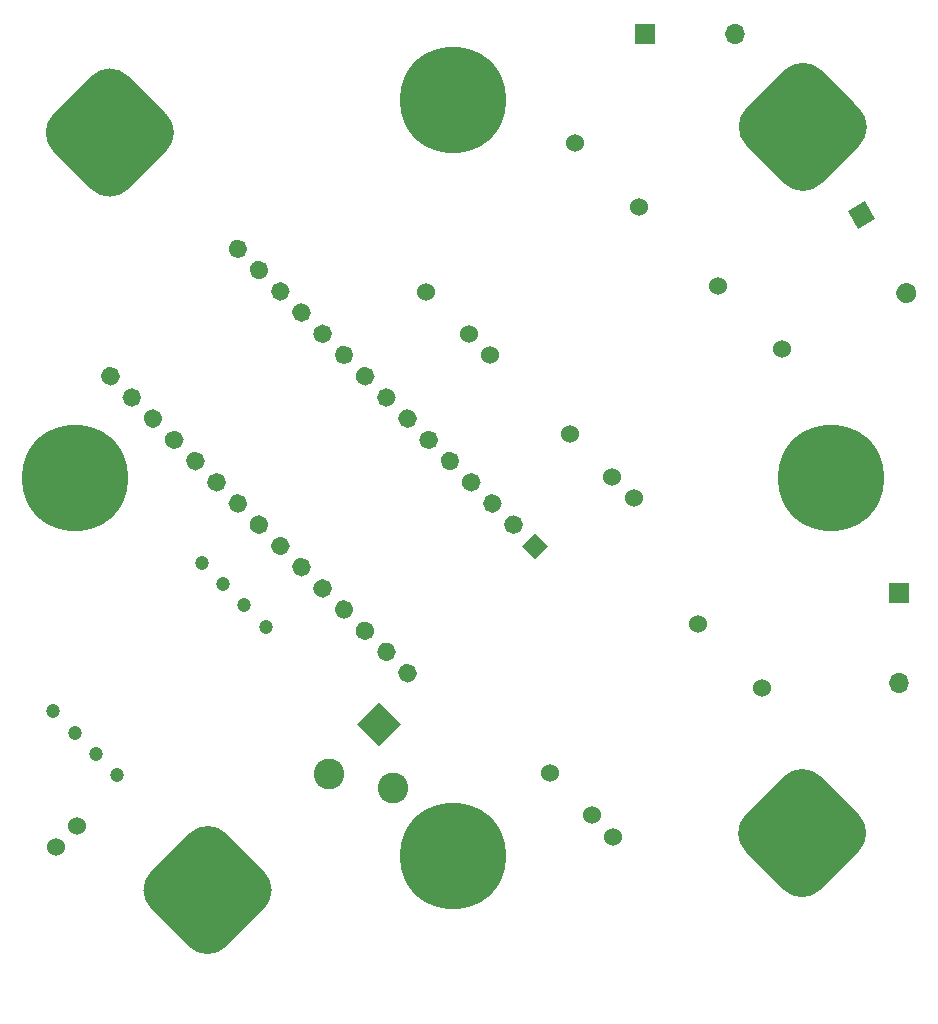
<source format=gbr>
%TF.GenerationSoftware,KiCad,Pcbnew,(5.1.8)-1*%
%TF.CreationDate,2021-02-04T12:25:32-06:00*%
%TF.ProjectId,Project - LED Dimmer Board,50726f6a-6563-4742-902d-204c45442044,rev?*%
%TF.SameCoordinates,Original*%
%TF.FileFunction,Soldermask,Top*%
%TF.FilePolarity,Negative*%
%FSLAX46Y46*%
G04 Gerber Fmt 4.6, Leading zero omitted, Abs format (unit mm)*
G04 Created by KiCad (PCBNEW (5.1.8)-1) date 2021-02-04 12:25:32*
%MOMM*%
%LPD*%
G01*
G04 APERTURE LIST*
%ADD10C,9.000000*%
%ADD11C,1.524000*%
%ADD12C,0.100000*%
%ADD13R,1.700000X1.700000*%
%ADD14O,1.700000X1.700000*%
%ADD15C,1.200000*%
%ADD16C,2.600000*%
G04 APERTURE END LIST*
D10*
%TO.C,REF\u002A\u002A*%
X112459979Y-75713118D03*
X80459979Y-43713118D03*
X48459979Y-75713118D03*
X80459979Y-107713118D03*
%TD*%
%TO.C,*%
G36*
G01*
X58052010Y-115342971D02*
X54870029Y-112160990D01*
G75*
G02*
X54870029Y-108979010I1590990J1590990D01*
G01*
X58052010Y-105797029D01*
G75*
G02*
X61233990Y-105797029I1590990J-1590990D01*
G01*
X64415971Y-108979010D01*
G75*
G02*
X64415971Y-112160990I-1590990J-1590990D01*
G01*
X61233990Y-115342971D01*
G75*
G02*
X58052010Y-115342971I-1590990J1590990D01*
G01*
G37*
%TD*%
D11*
%TO.C,J5*%
X48580070Y-105144765D03*
X46784019Y-106940816D03*
%TD*%
D12*
%TO.C,J2*%
G36*
X114678478Y-54581122D02*
G01*
X113828478Y-53108878D01*
X115300722Y-52258878D01*
X116150722Y-53731122D01*
X114678478Y-54581122D01*
G37*
G36*
G01*
X118063478Y-60444114D02*
X118063478Y-60444114D01*
G75*
G02*
X118374600Y-59282992I736122J425000D01*
G01*
X118374600Y-59282992D01*
G75*
G02*
X119535722Y-59594114I425000J-736122D01*
G01*
X119535722Y-59594114D01*
G75*
G02*
X119224600Y-60755236I-736122J-425000D01*
G01*
X119224600Y-60755236D01*
G75*
G02*
X118063478Y-60444114I-425000J736122D01*
G01*
G37*
%TD*%
D13*
%TO.C,J1*%
X96650800Y-38078400D03*
D14*
X104270800Y-38078400D03*
%TD*%
D13*
%TO.C,J3*%
X118164600Y-85449400D03*
D14*
X118164600Y-93069400D03*
%TD*%
D11*
%TO.C,U2*%
X90319493Y-71972702D03*
X95707646Y-77360856D03*
X102891851Y-59400344D03*
X108280005Y-64788498D03*
X93911595Y-75564805D03*
%TD*%
D12*
%TO.C,A1*%
G36*
X87354400Y-80304829D02*
G01*
X88485771Y-81436200D01*
X87354400Y-82567571D01*
X86223029Y-81436200D01*
X87354400Y-80304829D01*
G37*
G36*
G01*
X53795112Y-68298156D02*
X53795112Y-68298156D01*
G75*
G02*
X53795112Y-69429526I-565685J-565685D01*
G01*
X53795112Y-69429526D01*
G75*
G02*
X52663742Y-69429526I-565685J565685D01*
G01*
X52663742Y-69429526D01*
G75*
G02*
X52663742Y-68298156I565685J565685D01*
G01*
X52663742Y-68298156D01*
G75*
G02*
X53795112Y-68298156I565685J-565685D01*
G01*
G37*
G36*
G01*
X86124034Y-79074464D02*
X86124034Y-79074464D01*
G75*
G02*
X86124034Y-80205834I-565685J-565685D01*
G01*
X86124034Y-80205834D01*
G75*
G02*
X84992664Y-80205834I-565685J565685D01*
G01*
X84992664Y-80205834D01*
G75*
G02*
X84992664Y-79074464I565685J565685D01*
G01*
X84992664Y-79074464D01*
G75*
G02*
X86124034Y-79074464I565685J-565685D01*
G01*
G37*
G36*
G01*
X55591163Y-70094208D02*
X55591163Y-70094208D01*
G75*
G02*
X55591163Y-71225578I-565685J-565685D01*
G01*
X55591163Y-71225578D01*
G75*
G02*
X54459793Y-71225578I-565685J565685D01*
G01*
X54459793Y-71225578D01*
G75*
G02*
X54459793Y-70094208I565685J565685D01*
G01*
X54459793Y-70094208D01*
G75*
G02*
X55591163Y-70094208I565685J-565685D01*
G01*
G37*
G36*
G01*
X84327983Y-77278413D02*
X84327983Y-77278413D01*
G75*
G02*
X84327983Y-78409783I-565685J-565685D01*
G01*
X84327983Y-78409783D01*
G75*
G02*
X83196613Y-78409783I-565685J565685D01*
G01*
X83196613Y-78409783D01*
G75*
G02*
X83196613Y-77278413I565685J565685D01*
G01*
X83196613Y-77278413D01*
G75*
G02*
X84327983Y-77278413I565685J-565685D01*
G01*
G37*
G36*
G01*
X57387214Y-71890259D02*
X57387214Y-71890259D01*
G75*
G02*
X57387214Y-73021629I-565685J-565685D01*
G01*
X57387214Y-73021629D01*
G75*
G02*
X56255844Y-73021629I-565685J565685D01*
G01*
X56255844Y-73021629D01*
G75*
G02*
X56255844Y-71890259I565685J565685D01*
G01*
X56255844Y-71890259D01*
G75*
G02*
X57387214Y-71890259I565685J-565685D01*
G01*
G37*
G36*
G01*
X82531931Y-75482361D02*
X82531931Y-75482361D01*
G75*
G02*
X82531931Y-76613731I-565685J-565685D01*
G01*
X82531931Y-76613731D01*
G75*
G02*
X81400561Y-76613731I-565685J565685D01*
G01*
X81400561Y-76613731D01*
G75*
G02*
X81400561Y-75482361I565685J565685D01*
G01*
X81400561Y-75482361D01*
G75*
G02*
X82531931Y-75482361I565685J-565685D01*
G01*
G37*
G36*
G01*
X59183265Y-73686310D02*
X59183265Y-73686310D01*
G75*
G02*
X59183265Y-74817680I-565685J-565685D01*
G01*
X59183265Y-74817680D01*
G75*
G02*
X58051895Y-74817680I-565685J565685D01*
G01*
X58051895Y-74817680D01*
G75*
G02*
X58051895Y-73686310I565685J565685D01*
G01*
X58051895Y-73686310D01*
G75*
G02*
X59183265Y-73686310I565685J-565685D01*
G01*
G37*
G36*
G01*
X80735880Y-73686310D02*
X80735880Y-73686310D01*
G75*
G02*
X80735880Y-74817680I-565685J-565685D01*
G01*
X80735880Y-74817680D01*
G75*
G02*
X79604510Y-74817680I-565685J565685D01*
G01*
X79604510Y-74817680D01*
G75*
G02*
X79604510Y-73686310I565685J565685D01*
G01*
X79604510Y-73686310D01*
G75*
G02*
X80735880Y-73686310I565685J-565685D01*
G01*
G37*
G36*
G01*
X60979317Y-75482361D02*
X60979317Y-75482361D01*
G75*
G02*
X60979317Y-76613731I-565685J-565685D01*
G01*
X60979317Y-76613731D01*
G75*
G02*
X59847947Y-76613731I-565685J565685D01*
G01*
X59847947Y-76613731D01*
G75*
G02*
X59847947Y-75482361I565685J565685D01*
G01*
X59847947Y-75482361D01*
G75*
G02*
X60979317Y-75482361I565685J-565685D01*
G01*
G37*
G36*
G01*
X78939829Y-71890259D02*
X78939829Y-71890259D01*
G75*
G02*
X78939829Y-73021629I-565685J-565685D01*
G01*
X78939829Y-73021629D01*
G75*
G02*
X77808459Y-73021629I-565685J565685D01*
G01*
X77808459Y-73021629D01*
G75*
G02*
X77808459Y-71890259I565685J565685D01*
G01*
X77808459Y-71890259D01*
G75*
G02*
X78939829Y-71890259I565685J-565685D01*
G01*
G37*
G36*
G01*
X62775368Y-77278413D02*
X62775368Y-77278413D01*
G75*
G02*
X62775368Y-78409783I-565685J-565685D01*
G01*
X62775368Y-78409783D01*
G75*
G02*
X61643998Y-78409783I-565685J565685D01*
G01*
X61643998Y-78409783D01*
G75*
G02*
X61643998Y-77278413I565685J565685D01*
G01*
X61643998Y-77278413D01*
G75*
G02*
X62775368Y-77278413I565685J-565685D01*
G01*
G37*
G36*
G01*
X77143778Y-70094208D02*
X77143778Y-70094208D01*
G75*
G02*
X77143778Y-71225578I-565685J-565685D01*
G01*
X77143778Y-71225578D01*
G75*
G02*
X76012408Y-71225578I-565685J565685D01*
G01*
X76012408Y-71225578D01*
G75*
G02*
X76012408Y-70094208I565685J565685D01*
G01*
X76012408Y-70094208D01*
G75*
G02*
X77143778Y-70094208I565685J-565685D01*
G01*
G37*
G36*
G01*
X64571419Y-79074464D02*
X64571419Y-79074464D01*
G75*
G02*
X64571419Y-80205834I-565685J-565685D01*
G01*
X64571419Y-80205834D01*
G75*
G02*
X63440049Y-80205834I-565685J565685D01*
G01*
X63440049Y-80205834D01*
G75*
G02*
X63440049Y-79074464I565685J565685D01*
G01*
X63440049Y-79074464D01*
G75*
G02*
X64571419Y-79074464I565685J-565685D01*
G01*
G37*
G36*
G01*
X75347726Y-68298156D02*
X75347726Y-68298156D01*
G75*
G02*
X75347726Y-69429526I-565685J-565685D01*
G01*
X75347726Y-69429526D01*
G75*
G02*
X74216356Y-69429526I-565685J565685D01*
G01*
X74216356Y-69429526D01*
G75*
G02*
X74216356Y-68298156I565685J565685D01*
G01*
X74216356Y-68298156D01*
G75*
G02*
X75347726Y-68298156I565685J-565685D01*
G01*
G37*
G36*
G01*
X66367470Y-80870515D02*
X66367470Y-80870515D01*
G75*
G02*
X66367470Y-82001885I-565685J-565685D01*
G01*
X66367470Y-82001885D01*
G75*
G02*
X65236100Y-82001885I-565685J565685D01*
G01*
X65236100Y-82001885D01*
G75*
G02*
X65236100Y-80870515I565685J565685D01*
G01*
X65236100Y-80870515D01*
G75*
G02*
X66367470Y-80870515I565685J-565685D01*
G01*
G37*
G36*
G01*
X73551675Y-66502105D02*
X73551675Y-66502105D01*
G75*
G02*
X73551675Y-67633475I-565685J-565685D01*
G01*
X73551675Y-67633475D01*
G75*
G02*
X72420305Y-67633475I-565685J565685D01*
G01*
X72420305Y-67633475D01*
G75*
G02*
X72420305Y-66502105I565685J565685D01*
G01*
X72420305Y-66502105D01*
G75*
G02*
X73551675Y-66502105I565685J-565685D01*
G01*
G37*
G36*
G01*
X68163522Y-82666566D02*
X68163522Y-82666566D01*
G75*
G02*
X68163522Y-83797936I-565685J-565685D01*
G01*
X68163522Y-83797936D01*
G75*
G02*
X67032152Y-83797936I-565685J565685D01*
G01*
X67032152Y-83797936D01*
G75*
G02*
X67032152Y-82666566I565685J565685D01*
G01*
X67032152Y-82666566D01*
G75*
G02*
X68163522Y-82666566I565685J-565685D01*
G01*
G37*
G36*
G01*
X71755624Y-64706054D02*
X71755624Y-64706054D01*
G75*
G02*
X71755624Y-65837424I-565685J-565685D01*
G01*
X71755624Y-65837424D01*
G75*
G02*
X70624254Y-65837424I-565685J565685D01*
G01*
X70624254Y-65837424D01*
G75*
G02*
X70624254Y-64706054I565685J565685D01*
G01*
X70624254Y-64706054D01*
G75*
G02*
X71755624Y-64706054I565685J-565685D01*
G01*
G37*
G36*
G01*
X69959573Y-84462617D02*
X69959573Y-84462617D01*
G75*
G02*
X69959573Y-85593987I-565685J-565685D01*
G01*
X69959573Y-85593987D01*
G75*
G02*
X68828203Y-85593987I-565685J565685D01*
G01*
X68828203Y-85593987D01*
G75*
G02*
X68828203Y-84462617I565685J565685D01*
G01*
X68828203Y-84462617D01*
G75*
G02*
X69959573Y-84462617I565685J-565685D01*
G01*
G37*
G36*
G01*
X69959573Y-62910003D02*
X69959573Y-62910003D01*
G75*
G02*
X69959573Y-64041373I-565685J-565685D01*
G01*
X69959573Y-64041373D01*
G75*
G02*
X68828203Y-64041373I-565685J565685D01*
G01*
X68828203Y-64041373D01*
G75*
G02*
X68828203Y-62910003I565685J565685D01*
G01*
X68828203Y-62910003D01*
G75*
G02*
X69959573Y-62910003I565685J-565685D01*
G01*
G37*
G36*
G01*
X71755624Y-86258669D02*
X71755624Y-86258669D01*
G75*
G02*
X71755624Y-87390039I-565685J-565685D01*
G01*
X71755624Y-87390039D01*
G75*
G02*
X70624254Y-87390039I-565685J565685D01*
G01*
X70624254Y-87390039D01*
G75*
G02*
X70624254Y-86258669I565685J565685D01*
G01*
X70624254Y-86258669D01*
G75*
G02*
X71755624Y-86258669I565685J-565685D01*
G01*
G37*
G36*
G01*
X68163522Y-61113952D02*
X68163522Y-61113952D01*
G75*
G02*
X68163522Y-62245322I-565685J-565685D01*
G01*
X68163522Y-62245322D01*
G75*
G02*
X67032152Y-62245322I-565685J565685D01*
G01*
X67032152Y-62245322D01*
G75*
G02*
X67032152Y-61113952I565685J565685D01*
G01*
X67032152Y-61113952D01*
G75*
G02*
X68163522Y-61113952I565685J-565685D01*
G01*
G37*
G36*
G01*
X73551675Y-88054720D02*
X73551675Y-88054720D01*
G75*
G02*
X73551675Y-89186090I-565685J-565685D01*
G01*
X73551675Y-89186090D01*
G75*
G02*
X72420305Y-89186090I-565685J565685D01*
G01*
X72420305Y-89186090D01*
G75*
G02*
X72420305Y-88054720I565685J565685D01*
G01*
X72420305Y-88054720D01*
G75*
G02*
X73551675Y-88054720I565685J-565685D01*
G01*
G37*
G36*
G01*
X66367470Y-59317900D02*
X66367470Y-59317900D01*
G75*
G02*
X66367470Y-60449270I-565685J-565685D01*
G01*
X66367470Y-60449270D01*
G75*
G02*
X65236100Y-60449270I-565685J565685D01*
G01*
X65236100Y-60449270D01*
G75*
G02*
X65236100Y-59317900I565685J565685D01*
G01*
X65236100Y-59317900D01*
G75*
G02*
X66367470Y-59317900I565685J-565685D01*
G01*
G37*
G36*
G01*
X75347726Y-89850771D02*
X75347726Y-89850771D01*
G75*
G02*
X75347726Y-90982141I-565685J-565685D01*
G01*
X75347726Y-90982141D01*
G75*
G02*
X74216356Y-90982141I-565685J565685D01*
G01*
X74216356Y-90982141D01*
G75*
G02*
X74216356Y-89850771I565685J565685D01*
G01*
X74216356Y-89850771D01*
G75*
G02*
X75347726Y-89850771I565685J-565685D01*
G01*
G37*
G36*
G01*
X64571419Y-57521849D02*
X64571419Y-57521849D01*
G75*
G02*
X64571419Y-58653219I-565685J-565685D01*
G01*
X64571419Y-58653219D01*
G75*
G02*
X63440049Y-58653219I-565685J565685D01*
G01*
X63440049Y-58653219D01*
G75*
G02*
X63440049Y-57521849I565685J565685D01*
G01*
X63440049Y-57521849D01*
G75*
G02*
X64571419Y-57521849I565685J-565685D01*
G01*
G37*
G36*
G01*
X77143778Y-91646822D02*
X77143778Y-91646822D01*
G75*
G02*
X77143778Y-92778192I-565685J-565685D01*
G01*
X77143778Y-92778192D01*
G75*
G02*
X76012408Y-92778192I-565685J565685D01*
G01*
X76012408Y-92778192D01*
G75*
G02*
X76012408Y-91646822I565685J565685D01*
G01*
X76012408Y-91646822D01*
G75*
G02*
X77143778Y-91646822I565685J-565685D01*
G01*
G37*
G36*
G01*
X62775368Y-55725798D02*
X62775368Y-55725798D01*
G75*
G02*
X62775368Y-56857168I-565685J-565685D01*
G01*
X62775368Y-56857168D01*
G75*
G02*
X61643998Y-56857168I-565685J565685D01*
G01*
X61643998Y-56857168D01*
G75*
G02*
X61643998Y-55725798I565685J565685D01*
G01*
X61643998Y-55725798D01*
G75*
G02*
X62775368Y-55725798I565685J-565685D01*
G01*
G37*
G36*
G01*
X51999061Y-66502105D02*
X51999061Y-66502105D01*
G75*
G02*
X51999061Y-67633475I-565685J-565685D01*
G01*
X51999061Y-67633475D01*
G75*
G02*
X50867691Y-67633475I-565685J565685D01*
G01*
X50867691Y-67633475D01*
G75*
G02*
X50867691Y-66502105I565685J565685D01*
G01*
X50867691Y-66502105D01*
G75*
G02*
X51999061Y-66502105I565685J-565685D01*
G01*
G37*
%TD*%
D15*
%TO.C,U4*%
X59169841Y-82866799D03*
X46597482Y-95439158D03*
X60965892Y-84662851D03*
X48393533Y-97235209D03*
X62761943Y-86458902D03*
X50189585Y-99031260D03*
X64557994Y-88254953D03*
X51985636Y-100827312D03*
%TD*%
D11*
%TO.C,U1*%
X78178293Y-59907702D03*
X83566446Y-65295856D03*
X90750651Y-47335344D03*
X96138805Y-52723498D03*
X81770395Y-63499805D03*
%TD*%
%TO.C,U3*%
X92209795Y-104241405D03*
X106578205Y-93465098D03*
X101190051Y-88076944D03*
X94005846Y-106037456D03*
X88617693Y-100649302D03*
%TD*%
D12*
%TO.C,J4*%
G36*
X72317361Y-96523719D02*
G01*
X74155839Y-94685241D01*
X75994317Y-96523719D01*
X74155839Y-98362197D01*
X72317361Y-96523719D01*
G37*
D16*
X69913198Y-100766360D03*
X75357921Y-101968441D03*
%TD*%
%TO.C,REF\u002A\u002A*%
G36*
G01*
X49771610Y-51207971D02*
X46589629Y-48025990D01*
G75*
G02*
X46589629Y-44844010I1590990J1590990D01*
G01*
X49771610Y-41662029D01*
G75*
G02*
X52953590Y-41662029I1590990J-1590990D01*
G01*
X56135571Y-44844010D01*
G75*
G02*
X56135571Y-48025990I-1590990J-1590990D01*
G01*
X52953590Y-51207971D01*
G75*
G02*
X49771610Y-51207971I-1590990J1590990D01*
G01*
G37*
%TD*%
%TO.C,REF\u002A\u002A*%
G36*
G01*
X114809571Y-47543390D02*
X111627590Y-50725371D01*
G75*
G02*
X108445610Y-50725371I-1590990J1590990D01*
G01*
X105263629Y-47543390D01*
G75*
G02*
X105263629Y-44361410I1590990J1590990D01*
G01*
X108445610Y-41179429D01*
G75*
G02*
X111627590Y-41179429I1590990J-1590990D01*
G01*
X114809571Y-44361410D01*
G75*
G02*
X114809571Y-47543390I-1590990J-1590990D01*
G01*
G37*
%TD*%
%TO.C,*%
G36*
G01*
X108394810Y-110516971D02*
X105212829Y-107334990D01*
G75*
G02*
X105212829Y-104153010I1590990J1590990D01*
G01*
X108394810Y-100971029D01*
G75*
G02*
X111576790Y-100971029I1590990J-1590990D01*
G01*
X114758771Y-104153010D01*
G75*
G02*
X114758771Y-107334990I-1590990J-1590990D01*
G01*
X111576790Y-110516971D01*
G75*
G02*
X108394810Y-110516971I-1590990J1590990D01*
G01*
G37*
%TD*%
M02*

</source>
